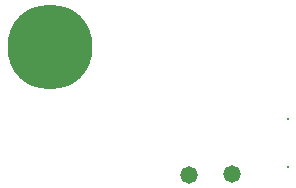
<source format=gbr>
%TF.GenerationSoftware,Altium Limited,Altium Designer,23.5.1 (21)*%
G04 Layer_Color=16711935*
%FSLAX45Y45*%
%MOMM*%
%TF.SameCoordinates,4F0F0AB4-5C0D-4210-9CCF-4C3744BDD4F0*%
%TF.FilePolarity,Negative*%
%TF.FileFunction,Soldermask,Bot*%
%TF.Part,Single*%
G01*
G75*
%TA.AperFunction,ComponentPad*%
%ADD25C,7.20320*%
%ADD26C,1.20320*%
%TA.AperFunction,ViaPad*%
%ADD28C,1.47320*%
%TA.AperFunction,TestPad*%
%ADD29C,0.30000*%
D25*
X14985616Y4014385D02*
D03*
D26*
Y3751885D02*
D03*
X14800000Y3828769D02*
D03*
X14723116Y4014385D02*
D03*
X15171231Y3828769D02*
D03*
X15248116Y4014385D02*
D03*
X15171231Y4200000D02*
D03*
X14985616Y4276885D02*
D03*
X14800000Y4200000D02*
D03*
D28*
X16530000Y2940000D02*
D03*
X16170000Y2930000D02*
D03*
D29*
X17000000Y3400000D02*
D03*
Y3000000D02*
D03*
%TF.MD5,f39cef222322caf3278446678fa8e3d5*%
M02*

</source>
